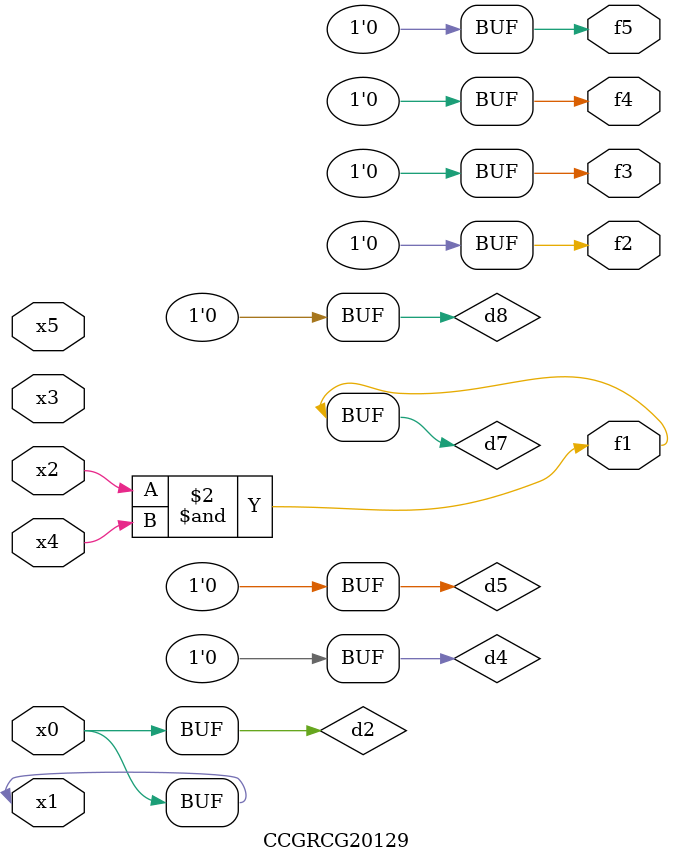
<source format=v>
module CCGRCG20129(
	input x0, x1, x2, x3, x4, x5,
	output f1, f2, f3, f4, f5
);

	wire d1, d2, d3, d4, d5, d6, d7, d8, d9;

	nand (d1, x1);
	buf (d2, x0, x1);
	nand (d3, x2, x4);
	and (d4, d1, d2);
	and (d5, d1, d2);
	nand (d6, d1, d3);
	not (d7, d3);
	xor (d8, d5);
	nor (d9, d5, d6);
	assign f1 = d7;
	assign f2 = d8;
	assign f3 = d8;
	assign f4 = d8;
	assign f5 = d8;
endmodule

</source>
